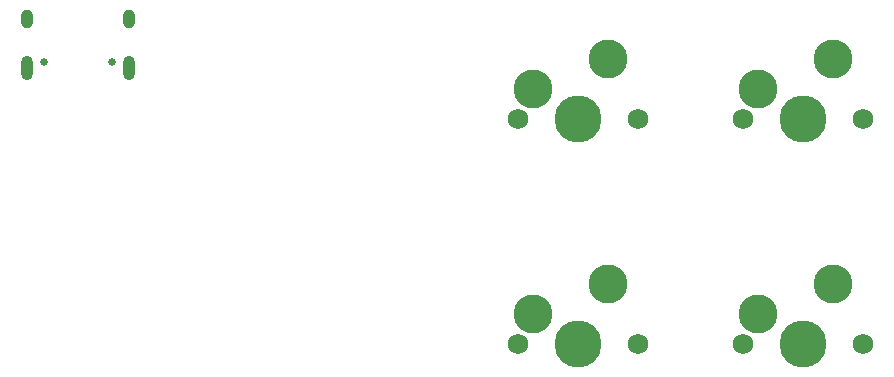
<source format=gts>
G04 #@! TF.GenerationSoftware,KiCad,Pcbnew,(6.0.8-1)-1*
G04 #@! TF.CreationDate,2022-10-31T00:23:31-07:00*
G04 #@! TF.ProjectId,hayabusa04,68617961-6275-4736-9130-342e6b696361,rev?*
G04 #@! TF.SameCoordinates,Original*
G04 #@! TF.FileFunction,Soldermask,Top*
G04 #@! TF.FilePolarity,Negative*
%FSLAX46Y46*%
G04 Gerber Fmt 4.6, Leading zero omitted, Abs format (unit mm)*
G04 Created by KiCad (PCBNEW (6.0.8-1)-1) date 2022-10-31 00:23:31*
%MOMM*%
%LPD*%
G01*
G04 APERTURE LIST*
%ADD10C,3.987800*%
%ADD11C,1.750000*%
%ADD12C,3.300000*%
%ADD13C,0.650000*%
%ADD14O,1.000000X2.100000*%
%ADD15O,1.000000X1.600000*%
G04 APERTURE END LIST*
D10*
X182562500Y-65087500D03*
D11*
X187642500Y-65087500D03*
X177482500Y-65087500D03*
D12*
X178752500Y-62547500D03*
X185102500Y-60007500D03*
D10*
X182562500Y-84137500D03*
D11*
X177482500Y-84137500D03*
X187642500Y-84137500D03*
D12*
X178752500Y-81597500D03*
X185102500Y-79057500D03*
D13*
X118326067Y-60206000D03*
X124106067Y-60206000D03*
D14*
X125536067Y-60736000D03*
X116896067Y-60736000D03*
D15*
X125536067Y-56556000D03*
X116896067Y-56556000D03*
D10*
X163512500Y-65087500D03*
D11*
X168592500Y-65087500D03*
X158432500Y-65087500D03*
D12*
X159702500Y-62547500D03*
X166052500Y-60007500D03*
D11*
X168592500Y-84137500D03*
D10*
X163512500Y-84137500D03*
D11*
X158432500Y-84137500D03*
D12*
X159702500Y-81597500D03*
X166052500Y-79057500D03*
M02*

</source>
